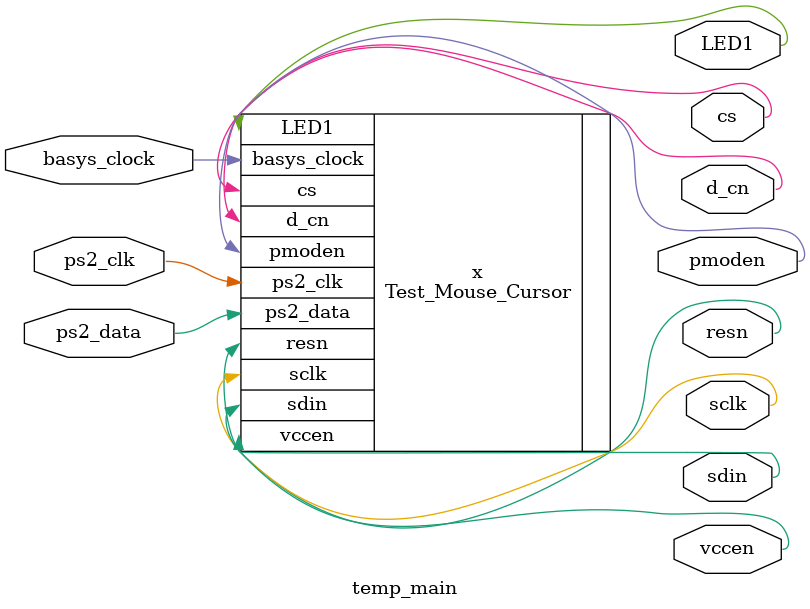
<source format=v>
`timescale 1ns / 1ps
module temp_main(
input basys_clock, 
inout ps2_clk, ps2_data,
output LED1,
output cs, sdin, sclk, d_cn, resn, vccen, pmoden  //for oled display
);

Test_Mouse_Cursor x(
.basys_clock(basys_clock), 
.cs(cs), .sdin(sdin), .sclk(sclk), .d_cn(d_cn), .resn(resn), .vccen(vccen), .pmoden(pmoden),
.LED1(LED1),
.ps2_clk(ps2_clk), .ps2_data(ps2_data)
);

endmodule

</source>
